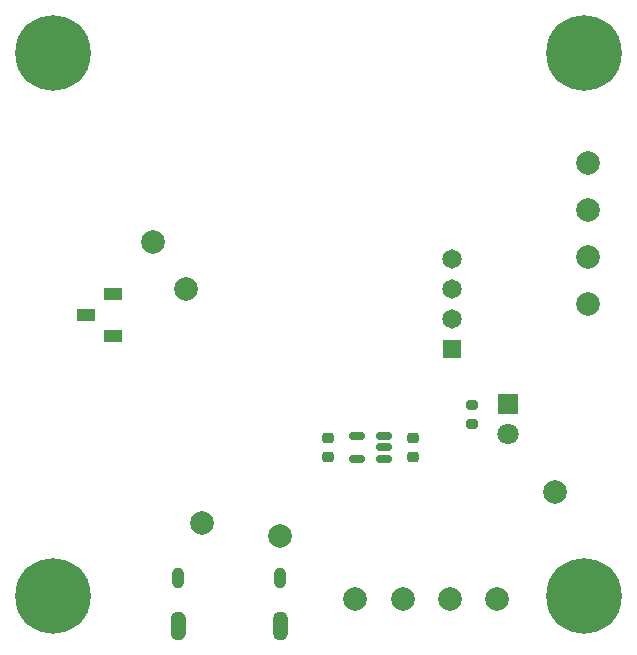
<source format=gbr>
%TF.GenerationSoftware,KiCad,Pcbnew,7.0.1*%
%TF.CreationDate,2023-07-17T15:28:08+02:00*%
%TF.ProjectId,Had_Konzole,4861645f-4b6f-46e7-9a6f-6c652e6b6963,rev?*%
%TF.SameCoordinates,Original*%
%TF.FileFunction,Soldermask,Bot*%
%TF.FilePolarity,Negative*%
%FSLAX46Y46*%
G04 Gerber Fmt 4.6, Leading zero omitted, Abs format (unit mm)*
G04 Created by KiCad (PCBNEW 7.0.1) date 2023-07-17 15:28:08*
%MOMM*%
%LPD*%
G01*
G04 APERTURE LIST*
G04 Aperture macros list*
%AMRoundRect*
0 Rectangle with rounded corners*
0 $1 Rounding radius*
0 $2 $3 $4 $5 $6 $7 $8 $9 X,Y pos of 4 corners*
0 Add a 4 corners polygon primitive as box body*
4,1,4,$2,$3,$4,$5,$6,$7,$8,$9,$2,$3,0*
0 Add four circle primitives for the rounded corners*
1,1,$1+$1,$2,$3*
1,1,$1+$1,$4,$5*
1,1,$1+$1,$6,$7*
1,1,$1+$1,$8,$9*
0 Add four rect primitives between the rounded corners*
20,1,$1+$1,$2,$3,$4,$5,0*
20,1,$1+$1,$4,$5,$6,$7,0*
20,1,$1+$1,$6,$7,$8,$9,0*
20,1,$1+$1,$8,$9,$2,$3,0*%
G04 Aperture macros list end*
%ADD10C,0.010000*%
%ADD11C,6.400000*%
%ADD12O,1.000000X1.800000*%
%ADD13R,1.650000X1.650000*%
%ADD14C,1.650000*%
%ADD15C,2.000000*%
%ADD16RoundRect,0.225000X-0.250000X0.225000X-0.250000X-0.225000X0.250000X-0.225000X0.250000X0.225000X0*%
%ADD17R,1.800000X1.800000*%
%ADD18C,1.800000*%
%ADD19RoundRect,0.200000X-0.275000X0.200000X-0.275000X-0.200000X0.275000X-0.200000X0.275000X0.200000X0*%
%ADD20RoundRect,0.150000X0.512500X0.150000X-0.512500X0.150000X-0.512500X-0.150000X0.512500X-0.150000X0*%
%ADD21R,1.600000X1.000000*%
G04 APERTURE END LIST*
%TO.C,J4*%
D10*
X111210000Y-110100000D02*
X111240000Y-110102000D01*
X111270000Y-110106000D01*
X111300000Y-110111000D01*
X111329000Y-110118000D01*
X111358000Y-110127000D01*
X111386000Y-110137000D01*
X111414000Y-110149000D01*
X111442000Y-110162000D01*
X111468000Y-110176000D01*
X111494000Y-110192000D01*
X111519000Y-110209000D01*
X111543000Y-110227000D01*
X111566000Y-110247000D01*
X111587000Y-110268000D01*
X111608000Y-110289000D01*
X111628000Y-110312000D01*
X111646000Y-110336000D01*
X111663000Y-110361000D01*
X111679000Y-110387000D01*
X111693000Y-110413000D01*
X111706000Y-110441000D01*
X111718000Y-110469000D01*
X111728000Y-110497000D01*
X111737000Y-110526000D01*
X111744000Y-110555000D01*
X111749000Y-110585000D01*
X111753000Y-110615000D01*
X111755000Y-110645000D01*
X111756000Y-110675000D01*
X111756000Y-111875000D01*
X111755000Y-111905000D01*
X111753000Y-111935000D01*
X111749000Y-111965000D01*
X111744000Y-111995000D01*
X111737000Y-112024000D01*
X111728000Y-112053000D01*
X111718000Y-112081000D01*
X111706000Y-112109000D01*
X111693000Y-112137000D01*
X111679000Y-112163000D01*
X111663000Y-112189000D01*
X111646000Y-112214000D01*
X111628000Y-112238000D01*
X111608000Y-112261000D01*
X111587000Y-112282000D01*
X111566000Y-112303000D01*
X111543000Y-112323000D01*
X111519000Y-112341000D01*
X111494000Y-112358000D01*
X111468000Y-112374000D01*
X111442000Y-112388000D01*
X111414000Y-112401000D01*
X111386000Y-112413000D01*
X111358000Y-112423000D01*
X111329000Y-112432000D01*
X111300000Y-112439000D01*
X111270000Y-112444000D01*
X111240000Y-112448000D01*
X111210000Y-112450000D01*
X111180000Y-112451000D01*
X111150000Y-112450000D01*
X111120000Y-112448000D01*
X111090000Y-112444000D01*
X111060000Y-112439000D01*
X111031000Y-112432000D01*
X111002000Y-112423000D01*
X110974000Y-112413000D01*
X110946000Y-112401000D01*
X110918000Y-112388000D01*
X110892000Y-112374000D01*
X110866000Y-112358000D01*
X110841000Y-112341000D01*
X110817000Y-112323000D01*
X110794000Y-112303000D01*
X110773000Y-112282000D01*
X110752000Y-112261000D01*
X110732000Y-112238000D01*
X110714000Y-112214000D01*
X110697000Y-112189000D01*
X110681000Y-112163000D01*
X110667000Y-112137000D01*
X110654000Y-112109000D01*
X110642000Y-112081000D01*
X110632000Y-112053000D01*
X110623000Y-112024000D01*
X110616000Y-111995000D01*
X110611000Y-111965000D01*
X110607000Y-111935000D01*
X110605000Y-111905000D01*
X110604000Y-111875000D01*
X110603800Y-110675000D01*
X110604000Y-110675000D01*
X110605000Y-110645000D01*
X110607000Y-110615000D01*
X110611000Y-110585000D01*
X110616000Y-110555000D01*
X110623000Y-110526000D01*
X110632000Y-110497000D01*
X110642000Y-110469000D01*
X110654000Y-110441000D01*
X110667000Y-110413000D01*
X110681000Y-110387000D01*
X110697000Y-110361000D01*
X110714000Y-110336000D01*
X110732000Y-110312000D01*
X110752000Y-110289000D01*
X110773000Y-110268000D01*
X110794000Y-110247000D01*
X110817000Y-110227000D01*
X110841000Y-110209000D01*
X110866000Y-110192000D01*
X110892000Y-110176000D01*
X110918000Y-110162000D01*
X110946000Y-110149000D01*
X110974000Y-110137000D01*
X111002000Y-110127000D01*
X111031000Y-110118000D01*
X111060000Y-110111000D01*
X111090000Y-110106000D01*
X111120000Y-110102000D01*
X111150000Y-110100000D01*
X111180000Y-110099000D01*
X111210000Y-110100000D01*
G36*
X111210000Y-110100000D02*
G01*
X111240000Y-110102000D01*
X111270000Y-110106000D01*
X111300000Y-110111000D01*
X111329000Y-110118000D01*
X111358000Y-110127000D01*
X111386000Y-110137000D01*
X111414000Y-110149000D01*
X111442000Y-110162000D01*
X111468000Y-110176000D01*
X111494000Y-110192000D01*
X111519000Y-110209000D01*
X111543000Y-110227000D01*
X111566000Y-110247000D01*
X111587000Y-110268000D01*
X111608000Y-110289000D01*
X111628000Y-110312000D01*
X111646000Y-110336000D01*
X111663000Y-110361000D01*
X111679000Y-110387000D01*
X111693000Y-110413000D01*
X111706000Y-110441000D01*
X111718000Y-110469000D01*
X111728000Y-110497000D01*
X111737000Y-110526000D01*
X111744000Y-110555000D01*
X111749000Y-110585000D01*
X111753000Y-110615000D01*
X111755000Y-110645000D01*
X111756000Y-110675000D01*
X111756000Y-111875000D01*
X111755000Y-111905000D01*
X111753000Y-111935000D01*
X111749000Y-111965000D01*
X111744000Y-111995000D01*
X111737000Y-112024000D01*
X111728000Y-112053000D01*
X111718000Y-112081000D01*
X111706000Y-112109000D01*
X111693000Y-112137000D01*
X111679000Y-112163000D01*
X111663000Y-112189000D01*
X111646000Y-112214000D01*
X111628000Y-112238000D01*
X111608000Y-112261000D01*
X111587000Y-112282000D01*
X111566000Y-112303000D01*
X111543000Y-112323000D01*
X111519000Y-112341000D01*
X111494000Y-112358000D01*
X111468000Y-112374000D01*
X111442000Y-112388000D01*
X111414000Y-112401000D01*
X111386000Y-112413000D01*
X111358000Y-112423000D01*
X111329000Y-112432000D01*
X111300000Y-112439000D01*
X111270000Y-112444000D01*
X111240000Y-112448000D01*
X111210000Y-112450000D01*
X111180000Y-112451000D01*
X111150000Y-112450000D01*
X111120000Y-112448000D01*
X111090000Y-112444000D01*
X111060000Y-112439000D01*
X111031000Y-112432000D01*
X111002000Y-112423000D01*
X110974000Y-112413000D01*
X110946000Y-112401000D01*
X110918000Y-112388000D01*
X110892000Y-112374000D01*
X110866000Y-112358000D01*
X110841000Y-112341000D01*
X110817000Y-112323000D01*
X110794000Y-112303000D01*
X110773000Y-112282000D01*
X110752000Y-112261000D01*
X110732000Y-112238000D01*
X110714000Y-112214000D01*
X110697000Y-112189000D01*
X110681000Y-112163000D01*
X110667000Y-112137000D01*
X110654000Y-112109000D01*
X110642000Y-112081000D01*
X110632000Y-112053000D01*
X110623000Y-112024000D01*
X110616000Y-111995000D01*
X110611000Y-111965000D01*
X110607000Y-111935000D01*
X110605000Y-111905000D01*
X110604000Y-111875000D01*
X110603800Y-110675000D01*
X110604000Y-110675000D01*
X110605000Y-110645000D01*
X110607000Y-110615000D01*
X110611000Y-110585000D01*
X110616000Y-110555000D01*
X110623000Y-110526000D01*
X110632000Y-110497000D01*
X110642000Y-110469000D01*
X110654000Y-110441000D01*
X110667000Y-110413000D01*
X110681000Y-110387000D01*
X110697000Y-110361000D01*
X110714000Y-110336000D01*
X110732000Y-110312000D01*
X110752000Y-110289000D01*
X110773000Y-110268000D01*
X110794000Y-110247000D01*
X110817000Y-110227000D01*
X110841000Y-110209000D01*
X110866000Y-110192000D01*
X110892000Y-110176000D01*
X110918000Y-110162000D01*
X110946000Y-110149000D01*
X110974000Y-110137000D01*
X111002000Y-110127000D01*
X111031000Y-110118000D01*
X111060000Y-110111000D01*
X111090000Y-110106000D01*
X111120000Y-110102000D01*
X111150000Y-110100000D01*
X111180000Y-110099000D01*
X111210000Y-110100000D01*
G37*
X119850000Y-110100000D02*
X119880000Y-110102000D01*
X119910000Y-110106000D01*
X119940000Y-110111000D01*
X119969000Y-110118000D01*
X119998000Y-110127000D01*
X120026000Y-110137000D01*
X120054000Y-110149000D01*
X120082000Y-110162000D01*
X120108000Y-110176000D01*
X120134000Y-110192000D01*
X120159000Y-110209000D01*
X120183000Y-110227000D01*
X120206000Y-110247000D01*
X120227000Y-110268000D01*
X120248000Y-110289000D01*
X120268000Y-110312000D01*
X120286000Y-110336000D01*
X120303000Y-110361000D01*
X120319000Y-110387000D01*
X120333000Y-110413000D01*
X120346000Y-110441000D01*
X120358000Y-110469000D01*
X120368000Y-110497000D01*
X120377000Y-110526000D01*
X120384000Y-110555000D01*
X120389000Y-110585000D01*
X120393000Y-110615000D01*
X120395000Y-110645000D01*
X120396000Y-110675000D01*
X120396000Y-111875000D01*
X120395000Y-111905000D01*
X120393000Y-111935000D01*
X120389000Y-111965000D01*
X120384000Y-111995000D01*
X120377000Y-112024000D01*
X120368000Y-112053000D01*
X120358000Y-112081000D01*
X120346000Y-112109000D01*
X120333000Y-112137000D01*
X120319000Y-112163000D01*
X120303000Y-112189000D01*
X120286000Y-112214000D01*
X120268000Y-112238000D01*
X120248000Y-112261000D01*
X120227000Y-112282000D01*
X120206000Y-112303000D01*
X120183000Y-112323000D01*
X120159000Y-112341000D01*
X120134000Y-112358000D01*
X120108000Y-112374000D01*
X120082000Y-112388000D01*
X120054000Y-112401000D01*
X120026000Y-112413000D01*
X119998000Y-112423000D01*
X119969000Y-112432000D01*
X119940000Y-112439000D01*
X119910000Y-112444000D01*
X119880000Y-112448000D01*
X119850000Y-112450000D01*
X119820000Y-112451000D01*
X119790000Y-112450000D01*
X119760000Y-112448000D01*
X119730000Y-112444000D01*
X119700000Y-112439000D01*
X119671000Y-112432000D01*
X119642000Y-112423000D01*
X119614000Y-112413000D01*
X119586000Y-112401000D01*
X119558000Y-112388000D01*
X119532000Y-112374000D01*
X119506000Y-112358000D01*
X119481000Y-112341000D01*
X119457000Y-112323000D01*
X119434000Y-112303000D01*
X119413000Y-112282000D01*
X119392000Y-112261000D01*
X119372000Y-112238000D01*
X119354000Y-112214000D01*
X119337000Y-112189000D01*
X119321000Y-112163000D01*
X119307000Y-112137000D01*
X119294000Y-112109000D01*
X119282000Y-112081000D01*
X119272000Y-112053000D01*
X119263000Y-112024000D01*
X119256000Y-111995000D01*
X119251000Y-111965000D01*
X119247000Y-111935000D01*
X119245000Y-111905000D01*
X119244000Y-111875000D01*
X119243800Y-110675000D01*
X119244000Y-110675000D01*
X119245000Y-110645000D01*
X119247000Y-110615000D01*
X119251000Y-110585000D01*
X119256000Y-110555000D01*
X119263000Y-110526000D01*
X119272000Y-110497000D01*
X119282000Y-110469000D01*
X119294000Y-110441000D01*
X119307000Y-110413000D01*
X119321000Y-110387000D01*
X119337000Y-110361000D01*
X119354000Y-110336000D01*
X119372000Y-110312000D01*
X119392000Y-110289000D01*
X119413000Y-110268000D01*
X119434000Y-110247000D01*
X119457000Y-110227000D01*
X119481000Y-110209000D01*
X119506000Y-110192000D01*
X119532000Y-110176000D01*
X119558000Y-110162000D01*
X119586000Y-110149000D01*
X119614000Y-110137000D01*
X119642000Y-110127000D01*
X119671000Y-110118000D01*
X119700000Y-110111000D01*
X119730000Y-110106000D01*
X119760000Y-110102000D01*
X119790000Y-110100000D01*
X119820000Y-110099000D01*
X119850000Y-110100000D01*
G36*
X119850000Y-110100000D02*
G01*
X119880000Y-110102000D01*
X119910000Y-110106000D01*
X119940000Y-110111000D01*
X119969000Y-110118000D01*
X119998000Y-110127000D01*
X120026000Y-110137000D01*
X120054000Y-110149000D01*
X120082000Y-110162000D01*
X120108000Y-110176000D01*
X120134000Y-110192000D01*
X120159000Y-110209000D01*
X120183000Y-110227000D01*
X120206000Y-110247000D01*
X120227000Y-110268000D01*
X120248000Y-110289000D01*
X120268000Y-110312000D01*
X120286000Y-110336000D01*
X120303000Y-110361000D01*
X120319000Y-110387000D01*
X120333000Y-110413000D01*
X120346000Y-110441000D01*
X120358000Y-110469000D01*
X120368000Y-110497000D01*
X120377000Y-110526000D01*
X120384000Y-110555000D01*
X120389000Y-110585000D01*
X120393000Y-110615000D01*
X120395000Y-110645000D01*
X120396000Y-110675000D01*
X120396000Y-111875000D01*
X120395000Y-111905000D01*
X120393000Y-111935000D01*
X120389000Y-111965000D01*
X120384000Y-111995000D01*
X120377000Y-112024000D01*
X120368000Y-112053000D01*
X120358000Y-112081000D01*
X120346000Y-112109000D01*
X120333000Y-112137000D01*
X120319000Y-112163000D01*
X120303000Y-112189000D01*
X120286000Y-112214000D01*
X120268000Y-112238000D01*
X120248000Y-112261000D01*
X120227000Y-112282000D01*
X120206000Y-112303000D01*
X120183000Y-112323000D01*
X120159000Y-112341000D01*
X120134000Y-112358000D01*
X120108000Y-112374000D01*
X120082000Y-112388000D01*
X120054000Y-112401000D01*
X120026000Y-112413000D01*
X119998000Y-112423000D01*
X119969000Y-112432000D01*
X119940000Y-112439000D01*
X119910000Y-112444000D01*
X119880000Y-112448000D01*
X119850000Y-112450000D01*
X119820000Y-112451000D01*
X119790000Y-112450000D01*
X119760000Y-112448000D01*
X119730000Y-112444000D01*
X119700000Y-112439000D01*
X119671000Y-112432000D01*
X119642000Y-112423000D01*
X119614000Y-112413000D01*
X119586000Y-112401000D01*
X119558000Y-112388000D01*
X119532000Y-112374000D01*
X119506000Y-112358000D01*
X119481000Y-112341000D01*
X119457000Y-112323000D01*
X119434000Y-112303000D01*
X119413000Y-112282000D01*
X119392000Y-112261000D01*
X119372000Y-112238000D01*
X119354000Y-112214000D01*
X119337000Y-112189000D01*
X119321000Y-112163000D01*
X119307000Y-112137000D01*
X119294000Y-112109000D01*
X119282000Y-112081000D01*
X119272000Y-112053000D01*
X119263000Y-112024000D01*
X119256000Y-111995000D01*
X119251000Y-111965000D01*
X119247000Y-111935000D01*
X119245000Y-111905000D01*
X119244000Y-111875000D01*
X119243800Y-110675000D01*
X119244000Y-110675000D01*
X119245000Y-110645000D01*
X119247000Y-110615000D01*
X119251000Y-110585000D01*
X119256000Y-110555000D01*
X119263000Y-110526000D01*
X119272000Y-110497000D01*
X119282000Y-110469000D01*
X119294000Y-110441000D01*
X119307000Y-110413000D01*
X119321000Y-110387000D01*
X119337000Y-110361000D01*
X119354000Y-110336000D01*
X119372000Y-110312000D01*
X119392000Y-110289000D01*
X119413000Y-110268000D01*
X119434000Y-110247000D01*
X119457000Y-110227000D01*
X119481000Y-110209000D01*
X119506000Y-110192000D01*
X119532000Y-110176000D01*
X119558000Y-110162000D01*
X119586000Y-110149000D01*
X119614000Y-110137000D01*
X119642000Y-110127000D01*
X119671000Y-110118000D01*
X119700000Y-110111000D01*
X119730000Y-110106000D01*
X119760000Y-110102000D01*
X119790000Y-110100000D01*
X119820000Y-110099000D01*
X119850000Y-110100000D01*
G37*
%TD*%
D11*
%TO.C,H4*%
X145600000Y-108800000D03*
%TD*%
%TO.C,H1*%
X100600000Y-62800000D03*
%TD*%
%TO.C,H2*%
X145600000Y-62800000D03*
%TD*%
D12*
%TO.C,J4*%
X111180000Y-107275000D03*
X119820000Y-107275000D03*
%TD*%
D11*
%TO.C,H3*%
X100600000Y-108800000D03*
%TD*%
D13*
%TO.C,J2*%
X134400000Y-87840000D03*
D14*
X134400000Y-85300000D03*
X134400000Y-82760000D03*
X134400000Y-80220000D03*
%TD*%
D15*
%TO.C,TP2*%
X145900000Y-76100000D03*
%TD*%
%TO.C,TP1*%
X145900000Y-72100000D03*
%TD*%
D16*
%TO.C,C2*%
X123900000Y-95425000D03*
X123900000Y-96975000D03*
%TD*%
D15*
%TO.C,TP6*%
X109100000Y-78800000D03*
%TD*%
%TO.C,TP5*%
X111900000Y-82800000D03*
%TD*%
%TO.C,TP3*%
X145900000Y-80100000D03*
%TD*%
%TO.C,TP8*%
X113200000Y-102600000D03*
%TD*%
%TO.C,TP9*%
X143100000Y-100000000D03*
%TD*%
D17*
%TO.C,D1*%
X139125000Y-92525000D03*
D18*
X139125000Y-95065000D03*
%TD*%
D19*
%TO.C,R1*%
X136100000Y-92575000D03*
X136100000Y-94225000D03*
%TD*%
D15*
%TO.C,TP4*%
X145900000Y-84100000D03*
%TD*%
D20*
%TO.C,U4*%
X128600000Y-95250000D03*
X128600000Y-96200000D03*
X128600000Y-97150000D03*
X126325000Y-97150000D03*
X126325000Y-95250000D03*
%TD*%
D15*
%TO.C,J7*%
X126200000Y-109075000D03*
%TD*%
%TO.C,J6*%
X130200000Y-109075000D03*
%TD*%
%TO.C,TP7*%
X119800000Y-103700000D03*
%TD*%
D21*
%TO.C,SW6*%
X105700000Y-83250000D03*
X103400000Y-85000000D03*
X105700000Y-86750000D03*
%TD*%
D16*
%TO.C,C1*%
X131100000Y-95425000D03*
X131100000Y-96975000D03*
%TD*%
D15*
%TO.C,J9*%
X134200000Y-109075000D03*
%TD*%
%TO.C,J11*%
X138200000Y-109075000D03*
%TD*%
M02*

</source>
